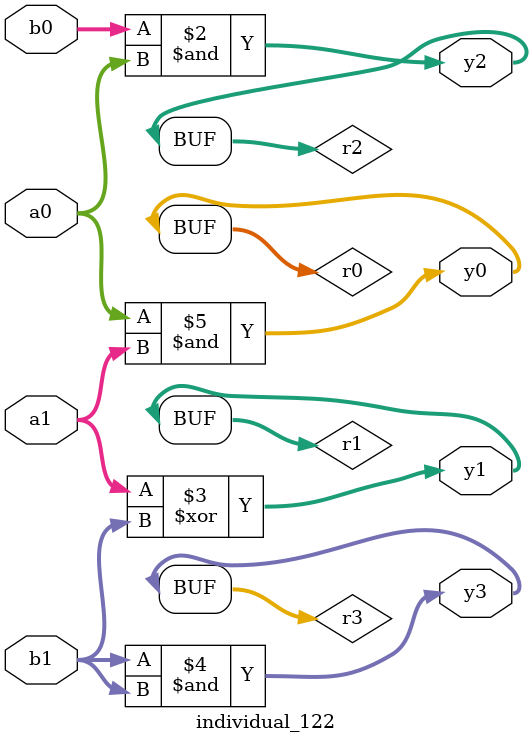
<source format=sv>
module individual_122(input logic [15:0] a1, input logic [15:0] a0, input logic [15:0] b1, input logic [15:0] b0, output logic [15:0] y3, output logic [15:0] y2, output logic [15:0] y1, output logic [15:0] y0);
logic [15:0] r0, r1, r2, r3; 
 always@(*) begin 
	 r0 = a0; r1 = a1; r2 = b0; r3 = b1; 
 	 r2  &=  r0 ;
 	 r1  ^=  b1 ;
 	 r3  &=  r3 ;
 	 r0  &=  a1 ;
 	 y3 = r3; y2 = r2; y1 = r1; y0 = r0; 
end
endmodule
</source>
